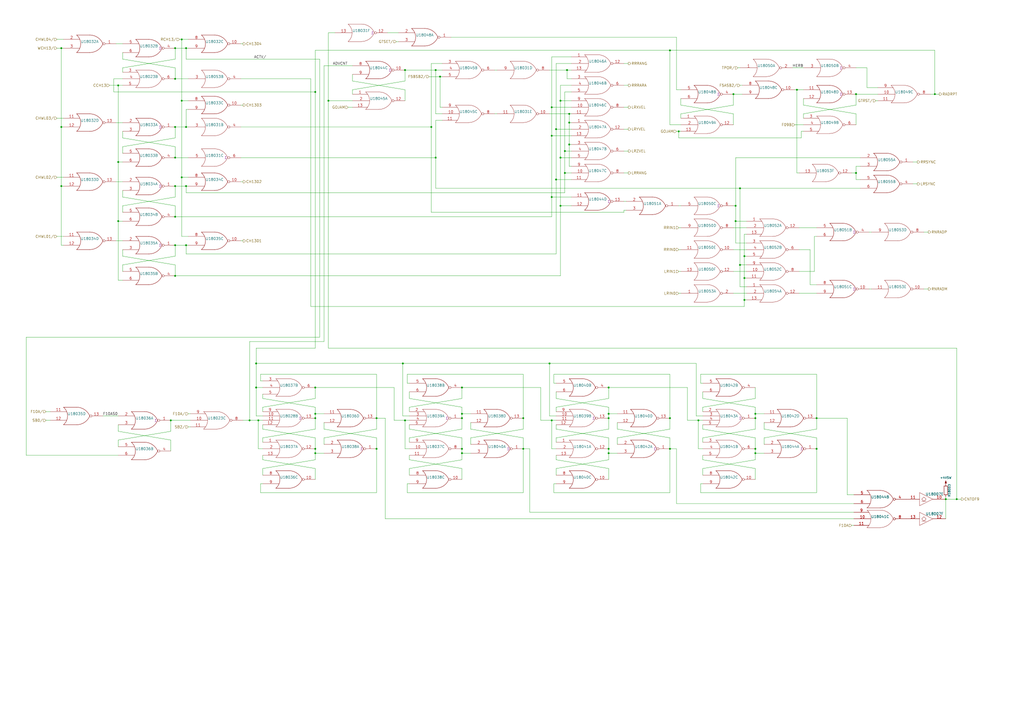
<source format=kicad_sch>
(kicad_sch (version 20211123) (generator eeschema)
  (paper "A2")
  (junction (at 554.99 289.56))
  (junction (at 496.57 100.33))
  (junction (at 322.58 104.14))
  (junction (at 252.73 40.64))
  (junction (at 182.88 240.03))
  (junction (at 101.6 107.95))
  (junction (at 218.44 242.57))
  (junction (at 327.66 100.33))
  (junction (at 327.66 87.63))
  (junction (at 68.58 128.27))
  (junction (at 320.04 62.23))
  (junction (at 267.97 224.79))
  (junction (at 330.2 71.12))
  (junction (at 431.8 173.99))
  (junction (at 393.7 76.2))
  (junction (at 330.2 66.04))
  (junction (at 431.8 148.59))
  (junction (at 234.95 243.84))
  (junction (at 473.71 260.35))
  (junction (at 330.2 83.82))
  (junction (at 267.97 242.57))
  (junction (at 148.59 210.82))
  (junction (at 105.41 102.87))
  (junction (at 35.56 73.66))
  (junction (at 388.62 260.35))
  (junction (at 322.58 74.93))
  (junction (at 101.6 142.24))
  (junction (at 107.95 142.24))
  (junction (at 318.77 210.82))
  (junction (at 267.97 260.35))
  (junction (at 107.95 107.95))
  (junction (at 548.64 289.56))
  (junction (at 267.97 240.03))
  (junction (at 101.6 160.02))
  (junction (at 101.6 45.72))
  (junction (at 353.06 240.03))
  (junction (at 429.26 153.67))
  (junction (at 388.62 29.21))
  (junction (at 325.12 119.38))
  (junction (at 182.88 262.89))
  (junction (at 149.86 243.84))
  (junction (at 320.04 114.3))
  (junction (at 353.06 262.89))
  (junction (at 99.06 243.84))
  (junction (at 328.93 40.64))
  (junction (at 68.58 93.98))
  (junction (at 105.41 58.42))
  (junction (at 353.06 260.35))
  (junction (at 233.68 210.82))
  (junction (at 182.88 260.35))
  (junction (at 542.29 54.61))
  (junction (at 462.28 52.07))
  (junction (at 426.72 119.38))
  (junction (at 388.62 242.57))
  (junction (at 353.06 242.57))
  (junction (at 234.95 40.64))
  (junction (at 218.44 260.35))
  (junction (at 405.13 243.84))
  (junction (at 431.8 161.29))
  (junction (at 101.6 91.44))
  (junction (at 182.88 224.79))
  (junction (at 190.5 58.42))
  (junction (at 438.15 242.57))
  (junction (at 68.58 49.53))
  (junction (at 107.95 27.94))
  (junction (at 303.53 260.35))
  (junction (at 267.97 262.89))
  (junction (at 182.88 242.57))
  (junction (at 101.6 73.66))
  (junction (at 438.15 260.35))
  (junction (at 426.72 128.27))
  (junction (at 303.53 242.57))
  (junction (at 144.78 243.84))
  (junction (at 148.59 224.79))
  (junction (at 353.06 224.79))
  (junction (at 182.88 53.34))
  (junction (at 101.6 27.94))
  (junction (at 105.41 22.86))
  (junction (at 107.95 73.66))
  (junction (at 425.45 54.61))
  (junction (at 320.04 243.84))
  (junction (at 429.26 109.22))
  (junction (at 438.15 240.03))
  (junction (at 35.56 27.94))
  (junction (at 438.15 262.89))
  (junction (at 473.71 242.57))
  (junction (at 35.56 107.95))
  (junction (at 325.12 58.42))
  (junction (at 496.57 54.61))
  (junction (at 255.27 44.45))
  (junction (at 250.19 73.66))
  (junction (at 320.04 78.74))
  (junction (at 325.12 91.44))
  (junction (at 252.73 91.44))
  (junction (at 101.6 125.73))
  (wire (pts (xy 505.46 167.64) (xy 504.19 167.64)))
  (wire (pts (xy 496.57 96.52) (xy 499.11 96.52)))
  (wire (pts (xy 33.02 137.16) (xy 36.83 137.16)))
  (wire (pts (xy 438.15 242.57) (xy 438.15 248.92)))
  (wire (pts (xy 152.4 254) (xy 152.4 256.54)))
  (wire (pts (xy 287.02 40.64) (xy 288.29 40.64)))
  (wire (pts (xy 204.47 46.99) (xy 204.47 43.18)))
  (wire (pts (xy 71.12 30.48) (xy 71.12 34.29)))
  (wire (pts (xy 187.96 248.92) (xy 187.96 245.11)))
  (wire (pts (xy 105.41 58.42) (xy 105.41 102.87)))
  (wire (pts (xy 267.97 242.57) (xy 267.97 248.92)))
  (wire (pts (xy 388.62 242.57) (xy 388.62 248.92)))
  (wire (pts (xy 267.97 231.14) (xy 237.49 236.22)))
  (wire (pts (xy 473.71 254) (xy 443.23 248.92)))
  (wire (pts (xy 321.31 280.67) (xy 322.58 280.67)))
  (wire (pts (xy 496.57 39.37) (xy 502.92 39.37)))
  (wire (pts (xy 190.5 201.93) (xy 554.99 201.93)))
  (wire (pts (xy 393.7 76.2) (xy 394.97 76.2)))
  (wire (pts (xy 144.78 243.84) (xy 144.78 198.12)))
  (wire (pts (xy 353.06 236.22) (xy 353.06 240.03)))
  (wire (pts (xy 267.97 260.35) (xy 267.97 262.89)))
  (wire (pts (xy 35.56 73.66) (xy 35.56 107.95)))
  (wire (pts (xy 223.52 242.57) (xy 223.52 300.99)))
  (wire (pts (xy 228.6 243.84) (xy 234.95 243.84)))
  (wire (pts (xy 353.06 236.22) (xy 322.58 231.14)))
  (wire (pts (xy 99.06 255.27) (xy 68.58 250.19)))
  (wire (pts (xy 105.41 102.87) (xy 105.41 137.16)))
  (wire (pts (xy 331.47 58.42) (xy 325.12 58.42)))
  (wire (pts (xy 148.59 210.82) (xy 148.59 224.79)))
  (wire (pts (xy 330.2 66.04) (xy 330.2 71.12)))
  (wire (pts (xy 68.58 128.27) (xy 68.58 162.56)))
  (wire (pts (xy 529.59 106.68) (xy 532.13 106.68)))
  (wire (pts (xy 548.64 289.56) (xy 554.99 289.56)))
  (wire (pts (xy 406.4 222.25) (xy 407.67 222.25)))
  (wire (pts (xy 234.95 46.99) (xy 204.47 52.07)))
  (wire (pts (xy 71.12 153.67) (xy 71.12 157.48)))
  (wire (pts (xy 101.6 27.94) (xy 101.6 34.29)))
  (wire (pts (xy 327.66 53.34) (xy 331.47 53.34)))
  (wire (pts (xy 101.6 148.59) (xy 71.12 153.67)))
  (wire (pts (xy 496.57 60.96) (xy 496.57 54.61)))
  (wire (pts (xy 182.88 262.89) (xy 182.88 266.7)))
  (wire (pts (xy 267.97 236.22) (xy 237.49 231.14)))
  (wire (pts (xy 109.22 247.65) (xy 110.49 247.65)))
  (wire (pts (xy 273.05 248.92) (xy 273.05 245.11)))
  (wire (pts (xy 107.95 73.66) (xy 107.95 63.5)))
  (wire (pts (xy 394.97 68.58) (xy 394.97 66.04)))
  (wire (pts (xy 463.55 144.78) (xy 469.9 144.78)))
  (wire (pts (xy 353.06 254) (xy 322.58 248.92)))
  (wire (pts (xy 101.6 153.67) (xy 71.12 148.59)))
  (wire (pts (xy 233.68 241.3) (xy 233.68 210.82)))
  (wire (pts (xy 508 58.42) (xy 509.27 58.42)))
  (wire (pts (xy 35.56 142.24) (xy 36.83 142.24)))
  (wire (pts (xy 431.8 173.99) (xy 431.8 177.8)))
  (wire (pts (xy 151.13 217.17) (xy 151.13 220.98)))
  (wire (pts (xy 322.58 266.7) (xy 322.58 264.16)))
  (wire (pts (xy 252.73 91.44) (xy 252.73 109.22)))
  (wire (pts (xy 473.71 242.57) (xy 491.49 242.57)))
  (wire (pts (xy 267.97 224.79) (xy 267.97 231.14)))
  (wire (pts (xy 322.58 36.83) (xy 322.58 74.93)))
  (wire (pts (xy 107.95 73.66) (xy 109.22 73.66)))
  (wire (pts (xy 318.77 66.04) (xy 330.2 66.04)))
  (wire (pts (xy 234.95 52.07) (xy 204.47 46.99)))
  (wire (pts (xy 35.56 27.94) (xy 36.83 27.94)))
  (wire (pts (xy 438.15 266.7) (xy 407.67 271.78)))
  (wire (pts (xy 405.13 243.84) (xy 407.67 243.84)))
  (wire (pts (xy 426.72 91.44) (xy 426.72 119.38)))
  (wire (pts (xy 104.14 22.86) (xy 105.41 22.86)))
  (wire (pts (xy 303.53 260.35) (xy 307.34 260.35)))
  (wire (pts (xy 429.26 153.67) (xy 433.07 153.67)))
  (wire (pts (xy 237.49 231.14) (xy 237.49 227.33)))
  (wire (pts (xy 218.44 285.75) (xy 151.13 285.75)))
  (wire (pts (xy 353.06 248.92) (xy 322.58 254)))
  (wire (pts (xy 218.44 260.35) (xy 218.44 285.75)))
  (wire (pts (xy 438.15 254) (xy 407.67 248.92)))
  (wire (pts (xy 234.95 40.64) (xy 234.95 46.99)))
  (wire (pts (xy 392.43 292.1) (xy 495.3 292.1)))
  (wire (pts (xy 182.88 240.03) (xy 182.88 242.57)))
  (wire (pts (xy 364.49 87.63) (xy 361.95 87.63)))
  (wire (pts (xy 464.82 80.01) (xy 464.82 76.2)))
  (wire (pts (xy 431.8 161.29) (xy 431.8 173.99)))
  (wire (pts (xy 318.77 40.64) (xy 328.93 40.64)))
  (wire (pts (xy 321.31 222.25) (xy 322.58 222.25)))
  (wire (pts (xy 364.49 36.83) (xy 361.95 36.83)))
  (wire (pts (xy 318.77 210.82) (xy 403.86 210.82)))
  (wire (pts (xy 267.97 262.89) (xy 267.97 266.7)))
  (wire (pts (xy 187.96 240.03) (xy 182.88 240.03)))
  (wire (pts (xy 330.2 83.82) (xy 330.2 96.52)))
  (wire (pts (xy 307.34 260.35) (xy 307.34 297.18)))
  (wire (pts (xy 101.6 91.44) (xy 109.22 91.44)))
  (wire (pts (xy 353.06 231.14) (xy 322.58 236.22)))
  (wire (pts (xy 426.72 91.44) (xy 499.11 91.44)))
  (wire (pts (xy 148.59 224.79) (xy 148.59 241.3)))
  (wire (pts (xy 182.88 254) (xy 182.88 260.35)))
  (wire (pts (xy 473.71 217.17) (xy 406.4 217.17)))
  (wire (pts (xy 33.02 68.58) (xy 36.83 68.58)))
  (wire (pts (xy 438.15 260.35) (xy 438.15 262.89)))
  (wire (pts (xy 237.49 248.92) (xy 237.49 246.38)))
  (wire (pts (xy 228.6 224.79) (xy 228.6 243.84)))
  (wire (pts (xy 320.04 114.3) (xy 320.04 125.73)))
  (wire (pts (xy 473.71 217.17) (xy 473.71 242.57)))
  (wire (pts (xy 392.43 52.07) (xy 394.97 52.07)))
  (wire (pts (xy 330.2 66.04) (xy 331.47 66.04)))
  (wire (pts (xy 548.64 288.29) (xy 548.64 289.56)))
  (wire (pts (xy 237.49 266.7) (xy 237.49 264.16)))
  (wire (pts (xy 353.06 224.79) (xy 398.78 224.79)))
  (wire (pts (xy 107.95 142.24) (xy 109.22 142.24)))
  (wire (pts (xy 236.22 222.25) (xy 237.49 222.25)))
  (wire (pts (xy 182.88 271.78) (xy 152.4 266.7)))
  (wire (pts (xy 320.04 243.84) (xy 320.04 260.35)))
  (wire (pts (xy 431.8 135.89) (xy 433.07 135.89)))
  (wire (pts (xy 267.97 248.92) (xy 237.49 254)))
  (wire (pts (xy 320.04 78.74) (xy 320.04 114.3)))
  (wire (pts (xy 438.15 262.89) (xy 438.15 266.7)))
  (wire (pts (xy 425.45 157.48) (xy 433.07 157.48)))
  (wire (pts (xy 496.57 100.33) (xy 496.57 104.14)))
  (wire (pts (xy 325.12 160.02) (xy 101.6 160.02)))
  (wire (pts (xy 71.12 119.38) (xy 71.12 123.19)))
  (wire (pts (xy 26.67 238.76) (xy 29.21 238.76)))
  (wire (pts (xy 218.44 254) (xy 187.96 248.92)))
  (wire (pts (xy 320.04 125.73) (xy 101.6 125.73)))
  (wire (pts (xy 149.86 260.35) (xy 152.4 260.35)))
  (wire (pts (xy 101.6 85.09) (xy 101.6 91.44)))
  (wire (pts (xy 234.95 58.42) (xy 234.95 52.07)))
  (wire (pts (xy 252.73 66.04) (xy 256.54 66.04)))
  (wire (pts (xy 328.93 45.72) (xy 331.47 45.72)))
  (wire (pts (xy 405.13 260.35) (xy 407.67 260.35)))
  (wire (pts (xy 353.06 240.03) (xy 353.06 242.57)))
  (wire (pts (xy 539.75 54.61) (xy 542.29 54.61)))
  (wire (pts (xy 472.44 157.48) (xy 472.44 137.16)))
  (wire (pts (xy 107.95 34.29) (xy 185.42 34.29)))
  (wire (pts (xy 394.97 132.08) (xy 393.7 132.08)))
  (wire (pts (xy 394.97 144.78) (xy 393.7 144.78)))
  (wire (pts (xy 331.47 119.38) (xy 325.12 119.38)))
  (wire (pts (xy 101.6 107.95) (xy 107.95 107.95)))
  (wire (pts (xy 320.04 260.35) (xy 322.58 260.35)))
  (wire (pts (xy 554.99 289.56) (xy 557.53 289.56)))
  (wire (pts (xy 148.59 241.3) (xy 152.4 241.3)))
  (wire (pts (xy 71.12 80.01) (xy 101.6 85.09)))
  (wire (pts (xy 407.67 271.78) (xy 407.67 275.59)))
  (wire (pts (xy 182.88 29.21) (xy 388.62 29.21)))
  (wire (pts (xy 361.95 121.92) (xy 363.22 121.92)))
  (wire (pts (xy 313.69 224.79) (xy 313.69 243.84)))
  (wire (pts (xy 190.5 19.05) (xy 194.31 19.05)))
  (wire (pts (xy 388.62 254) (xy 358.14 248.92)))
  (wire (pts (xy 101.6 80.01) (xy 71.12 85.09)))
  (wire (pts (xy 229.87 24.13) (xy 231.14 24.13)))
  (wire (pts (xy 218.44 248.92) (xy 187.96 254)))
  (wire (pts (xy 190.5 58.42) (xy 190.5 201.93)))
  (wire (pts (xy 438.15 278.13) (xy 438.15 271.78)))
  (wire (pts (xy 182.88 278.13) (xy 182.88 271.78)))
  (wire (pts (xy 35.56 73.66) (xy 36.83 73.66)))
  (wire (pts (xy 438.15 236.22) (xy 407.67 231.14)))
  (wire (pts (xy 425.45 54.61) (xy 430.53 54.61)))
  (wire (pts (xy 101.6 34.29) (xy 71.12 39.37)))
  (wire (pts (xy 204.47 52.07) (xy 204.47 54.61)))
  (wire (pts (xy 201.93 62.23) (xy 204.47 62.23)))
  (wire (pts (xy 140.97 25.4) (xy 139.7 25.4)))
  (wire (pts (xy 67.31 71.12) (xy 71.12 71.12)))
  (wire (pts (xy 320.04 243.84) (xy 322.58 243.84)))
  (wire (pts (xy 255.27 44.45) (xy 256.54 44.45)))
  (wire (pts (xy 307.34 297.18) (xy 495.3 297.18)))
  (wire (pts (xy 107.95 107.95) (xy 109.22 107.95)))
  (wire (pts (xy 303.53 285.75) (xy 236.22 285.75)))
  (wire (pts (xy 327.66 100.33) (xy 331.47 100.33)))
  (wire (pts (xy 303.53 217.17) (xy 236.22 217.17)))
  (wire (pts (xy 105.41 137.16) (xy 109.22 137.16)))
  (wire (pts (xy 105.41 22.86) (xy 105.41 58.42)))
  (wire (pts (xy 494.03 304.8) (xy 495.3 304.8)))
  (wire (pts (xy 71.12 45.72) (xy 66.04 45.72)))
  (wire (pts (xy 325.12 119.38) (xy 325.12 160.02)))
  (wire (pts (xy 430.53 49.53) (xy 429.26 49.53)))
  (wire (pts (xy 529.59 93.98) (xy 532.13 93.98)))
  (wire (pts (xy 267.97 262.89) (xy 273.05 262.89)))
  (wire (pts (xy 71.12 34.29) (xy 101.6 39.37)))
  (wire (pts (xy 331.47 62.23) (xy 320.04 62.23)))
  (wire (pts (xy 491.49 242.57) (xy 491.49 287.02)))
  (wire (pts (xy 331.47 91.44) (xy 325.12 91.44)))
  (wire (pts (xy 322.58 104.14) (xy 331.47 104.14)))
  (wire (pts (xy 425.45 170.18) (xy 433.07 170.18)))
  (wire (pts (xy 429.26 166.37) (xy 433.07 166.37)))
  (wire (pts (xy 250.19 123.19) (xy 361.95 123.19)))
  (wire (pts (xy 353.06 262.89) (xy 358.14 262.89)))
  (wire (pts (xy 407.67 236.22) (xy 407.67 238.76)))
  (wire (pts (xy 554.99 201.93) (xy 554.99 289.56)))
  (wire (pts (xy 182.88 248.92) (xy 152.4 254)))
  (wire (pts (xy 99.06 243.84) (xy 110.49 243.84)))
  (wire (pts (xy 327.66 87.63) (xy 327.66 100.33)))
  (wire (pts (xy 267.97 224.79) (xy 313.69 224.79)))
  (wire (pts (xy 105.41 102.87) (xy 109.22 102.87)))
  (wire (pts (xy 101.6 119.38) (xy 71.12 114.3)))
  (wire (pts (xy 182.88 254) (xy 152.4 248.92)))
  (wire (pts (xy 224.79 19.05) (xy 231.14 19.05)))
  (wire (pts (xy 101.6 114.3) (xy 71.12 119.38)))
  (wire (pts (xy 303.53 248.92) (xy 273.05 254)))
  (wire (pts (xy 151.13 285.75) (xy 151.13 280.67)))
  (wire (pts (xy 426.72 128.27) (xy 426.72 140.97)))
  (wire (pts (xy 140.97 60.96) (xy 139.7 60.96)))
  (wire (pts (xy 152.4 271.78) (xy 152.4 275.59)))
  (wire (pts (xy 234.95 243.84) (xy 237.49 243.84)))
  (wire (pts (xy 101.6 142.24) (xy 101.6 148.59)))
  (wire (pts (xy 322.58 241.3) (xy 318.77 241.3)))
  (wire (pts (xy 101.6 160.02) (xy 101.6 153.67)))
  (wire (pts (xy 287.02 66.04) (xy 288.29 66.04)))
  (wire (pts (xy 407.67 231.14) (xy 407.67 227.33)))
  (wire (pts (xy 234.95 40.64) (xy 252.73 40.64)))
  (wire (pts (xy 425.45 144.78) (xy 433.07 144.78)))
  (wire (pts (xy 252.73 69.85) (xy 256.54 69.85)))
  (wire (pts (xy 438.15 254) (xy 438.15 260.35)))
  (wire (pts (xy 494.03 100.33) (xy 496.57 100.33)))
  (wire (pts (xy 35.56 27.94) (xy 35.56 73.66)))
  (wire (pts (xy 303.53 254) (xy 273.05 248.92)))
  (wire (pts (xy 152.4 236.22) (xy 152.4 238.76)))
  (wire (pts (xy 151.13 220.98) (xy 152.4 220.98)))
  (wire (pts (xy 35.56 107.95) (xy 35.56 142.24)))
  (wire (pts (xy 328.93 40.64) (xy 331.47 40.64)))
  (wire (pts (xy 322.58 36.83) (xy 331.47 36.83)))
  (wire (pts (xy 322.58 147.32) (xy 107.95 147.32)))
  (wire (pts (xy 35.56 107.95) (xy 36.83 107.95)))
  (wire (pts (xy 388.62 72.39) (xy 394.97 72.39)))
  (wire (pts (xy 431.8 161.29) (xy 433.07 161.29)))
  (wire (pts (xy 180.34 177.8) (xy 180.34 45.72)))
  (wire (pts (xy 148.59 201.93) (xy 148.59 210.82)))
  (wire (pts (xy 15.24 195.58) (xy 15.24 264.16)))
  (wire (pts (xy 148.59 210.82) (xy 233.68 210.82)))
  (wire (pts (xy 331.47 87.63) (xy 327.66 87.63)))
  (wire (pts (xy 237.49 236.22) (xy 237.49 238.76)))
  (wire (pts (xy 364.49 49.53) (xy 361.95 49.53)))
  (wire (pts (xy 425.45 119.38) (xy 426.72 119.38)))
  (wire (pts (xy 364.49 62.23) (xy 361.95 62.23)))
  (wire (pts (xy 255.27 44.45) (xy 255.27 62.23)))
  (wire (pts (xy 427.99 39.37) (xy 429.26 39.37)))
  (wire (pts (xy 236.22 280.67) (xy 237.49 280.67)))
  (wire (pts (xy 101.6 125.73) (xy 101.6 119.38)))
  (wire (pts (xy 429.26 153.67) (xy 429.26 166.37)))
  (wire (pts (xy 139.7 91.44) (xy 252.73 91.44)))
  (wire (pts (xy 393.7 76.2) (xy 393.7 80.01)))
  (wire (pts (xy 462.28 100.33) (xy 463.55 100.33)))
  (wire (pts (xy 180.34 45.72) (xy 139.7 45.72)))
  (wire (pts (xy 71.12 76.2) (xy 71.12 80.01)))
  (wire (pts (xy 392.43 76.2) (xy 393.7 76.2)))
  (wire (pts (xy 237.49 271.78) (xy 237.49 275.59)))
  (wire (pts (xy 542.29 54.61) (xy 544.83 54.61)))
  (wire (pts (xy 99.06 250.19) (xy 68.58 255.27)))
  (wire (pts (xy 496.57 72.39) (xy 496.57 66.04)))
  (wire (pts (xy 353.06 271.78) (xy 322.58 266.7)))
  (wire (pts (xy 429.26 109.22) (xy 499.11 109.22)))
  (wire (pts (xy 330.2 71.12) (xy 331.47 71.12)))
  (wire (pts (xy 325.12 58.42) (xy 325.12 91.44)))
  (wire (pts (xy 353.06 266.7) (xy 322.58 271.78)))
  (wire (pts (xy 182.88 224.79) (xy 228.6 224.79)))
  (wire (pts (xy 68.58 49.53) (xy 71.12 49.53)))
  (wire (pts (xy 107.95 63.5) (xy 109.22 63.5)))
  (wire (pts (xy 425.45 132.08) (xy 433.07 132.08)))
  (wire (pts (xy 353.06 278.13) (xy 353.06 271.78)))
  (wire (pts (xy 322.58 271.78) (xy 322.58 275.59)))
  (wire (pts (xy 462.28 52.07) (xy 462.28 100.33)))
  (wire (pts (xy 267.97 266.7) (xy 237.49 271.78)))
  (wire (pts (xy 327.66 111.76) (xy 107.95 111.76)))
  (wire (pts (xy 407.67 248.92) (xy 407.67 246.38)))
  (wire (pts (xy 68.58 93.98) (xy 68.58 128.27)))
  (wire (pts (xy 358.14 248.92) (xy 358.14 245.11)))
  (wire (pts (xy 273.05 254) (xy 273.05 257.81)))
  (wire (pts (xy 443.23 254) (xy 443.23 257.81)))
  (wire (pts (xy 66.04 53.34) (xy 182.88 53.34)))
  (wire (pts (xy 33.02 27.94) (xy 35.56 27.94)))
  (wire (pts (xy 321.31 285.75) (xy 321.31 280.67)))
  (wire (pts (xy 182.88 262.89) (xy 187.96 262.89)))
  (wire (pts (xy 327.66 100.33) (xy 327.66 111.76)))
  (wire (pts (xy 469.9 144.78) (xy 469.9 165.1)))
  (wire (pts (xy 466.09 66.04) (xy 496.57 60.96)))
  (wire (pts (xy 320.04 33.02) (xy 331.47 33.02)))
  (wire (pts (xy 438.15 248.92) (xy 407.67 254)))
  (wire (pts (xy 148.59 224.79) (xy 152.4 224.79)))
  (wire (pts (xy 99.06 261.62) (xy 99.06 255.27)))
  (wire (pts (xy 59.69 241.3) (xy 68.58 241.3)))
  (wire (pts (xy 67.31 105.41) (xy 71.12 105.41)))
  (wire (pts (xy 109.22 58.42) (xy 105.41 58.42)))
  (wire (pts (xy 388.62 260.35) (xy 392.43 260.35)))
  (wire (pts (xy 107.95 27.94) (xy 109.22 27.94)))
  (wire (pts (xy 109.22 240.03) (xy 110.49 240.03)))
  (wire (pts (xy 405.13 243.84) (xy 405.13 260.35)))
  (wire (pts (xy 190.5 19.05) (xy 190.5 58.42)))
  (wire (pts (xy 255.27 62.23) (xy 256.54 62.23)))
  (wire (pts (xy 182.88 236.22) (xy 182.88 240.03)))
  (wire (pts (xy 407.67 266.7) (xy 407.67 264.16)))
  (wire (pts (xy 321.31 217.17) (xy 321.31 222.25)))
  (wire (pts (xy 71.12 114.3) (xy 71.12 110.49)))
  (wire (pts (xy 388.62 29.21) (xy 388.62 72.39)))
  (wire (pts (xy 473.71 242.57) (xy 473.71 248.92)))
  (wire (pts (xy 398.78 224.79) (xy 398.78 243.84)))
  (wire (pts (xy 303.53 242.57) (xy 303.53 248.92)))
  (wire (pts (xy 318.77 241.3) (xy 318.77 210.82)))
  (wire (pts (xy 353.06 224.79) (xy 353.06 231.14)))
  (wire (pts (xy 68.58 49.53) (xy 68.58 93.98)))
  (wire (pts (xy 182.88 231.14) (xy 152.4 236.22)))
  (wire (pts (xy 67.31 139.7) (xy 71.12 139.7)))
  (wire (pts (xy 140.97 139.7) (xy 139.7 139.7)))
  (wire (pts (xy 152.4 266.7) (xy 152.4 264.16)))
  (wire (pts (xy 392.43 260.35) (xy 392.43 292.1)))
  (wire (pts (xy 438.15 236.22) (xy 438.15 240.03)))
  (wire (pts (xy 464.82 76.2) (xy 466.09 76.2)))
  (wire (pts (xy 250.19 36.83) (xy 250.19 73.66)))
  (wire (pts (xy 267.97 271.78) (xy 237.49 266.7)))
  (wire (pts (xy 185.42 34.29) (xy 185.42 195.58)))
  (wire (pts (xy 505.46 134.62) (xy 504.19 134.62)))
  (wire (pts (xy 431.8 148.59) (xy 431.8 161.29)))
  (wire (pts (xy 472.44 137.16) (xy 473.71 137.16)))
  (wire (pts (xy 353.06 254) (xy 353.06 260.35)))
  (wire (pts (xy 71.12 39.37) (xy 71.12 41.91)))
  (wire (pts (xy 218.44 217.17) (xy 218.44 242.57)))
  (wire (pts (xy 182.88 236.22) (xy 152.4 231.14)))
  (wire (pts (xy 496.57 104.14) (xy 499.11 104.14)))
  (wire (pts (xy 218.44 254) (xy 218.44 260.35)))
  (wire (pts (xy 473.71 248.92) (xy 443.23 254)))
  (wire (pts (xy 496.57 96.52) (xy 496.57 100.33)))
  (wire (pts (xy 426.72 128.27) (xy 433.07 128.27)))
  (wire (pts (xy 68.58 93.98) (xy 71.12 93.98)))
  (wire (pts (xy 443.23 240.03) (xy 438.15 240.03)))
  (wire (pts (xy 187.96 254) (xy 187.96 257.81)))
  (wire (pts (xy 182.88 242.57) (xy 182.88 248.92)))
  (wire (pts (xy 152.4 231.14) (xy 152.4 228.6)))
  (wire (pts (xy 325.12 49.53) (xy 331.47 49.53)))
  (wire (pts (xy 425.45 66.04) (xy 394.97 60.96)))
  (wire (pts (xy 187.96 198.12) (xy 187.96 38.1)))
  (wire (pts (xy 303.53 217.17) (xy 303.53 242.57)))
  (wire (pts (xy 463.55 157.48) (xy 472.44 157.48)))
  (wire (pts (xy 426.72 140.97) (xy 433.07 140.97)))
  (wire (pts (xy 320.04 78.74) (xy 331.47 78.74)))
  (wire (pts (xy 398.78 243.84) (xy 405.13 243.84)))
  (wire (pts (xy 438.15 231.14) (xy 407.67 236.22)))
  (wire (pts (xy 462.28 52.07) (xy 466.09 52.07)))
  (wire (pts (xy 394.97 60.96) (xy 394.97 57.15)))
  (wire (pts (xy 99.06 243.84) (xy 99.06 250.19)))
  (wire (pts (xy 535.94 134.62) (xy 538.48 134.62)))
  (wire (pts (xy 406.4 217.17) (xy 406.4 222.25)))
  (wire (pts (xy 250.19 36.83) (xy 256.54 36.83)))
  (wire (pts (xy 327.66 53.34) (xy 327.66 87.63)))
  (wire (pts (xy 459.74 39.37) (xy 466.09 39.37)))
  (wire (pts (xy 218.44 242.57) (xy 223.52 242.57)))
  (wire (pts (xy 394.97 66.04) (xy 425.45 60.96)))
  (wire (pts (xy 250.19 73.66) (xy 250.19 123.19)))
  (wire (pts (xy 71.12 148.59) (xy 71.12 144.78)))
  (wire (pts (xy 361.95 116.84) (xy 363.22 116.84)))
  (wire (pts (xy 392.43 21.59) (xy 392.43 52.07)))
  (wire (pts (xy 101.6 142.24) (xy 107.95 142.24)))
  (wire (pts (xy 535.94 167.64) (xy 538.48 167.64)))
  (wire (pts (xy 466.09 72.39) (xy 461.01 72.39)))
  (wire (pts (xy 491.49 287.02) (xy 495.3 287.02)))
  (wire (pts (xy 261.62 21.59) (xy 392.43 21.59)))
  (wire (pts (xy 425.45 72.39) (xy 425.45 66.04)))
  (wire (pts (xy 182.88 201.93) (xy 148.59 201.93)))
  (wire (pts (xy 267.97 236.22) (xy 267.97 240.03)))
  (wire (pts (xy 393.7 119.38) (xy 394.97 119.38)))
  (wire (pts (xy 388.62 285.75) (xy 321.31 285.75)))
  (wire (pts (xy 236.22 217.17) (xy 236.22 222.25)))
  (wire (pts (xy 473.71 260.35) (xy 473.71 285.75)))
  (wire (pts (xy 364.49 100.33) (xy 361.95 100.33)))
  (wire (pts (xy 322.58 104.14) (xy 322.58 147.32)))
  (wire (pts (xy 303.53 254) (xy 303.53 260.35)))
  (wire (pts (xy 182.88 53.34) (xy 182.88 201.93)))
  (wire (pts (xy 234.95 243.84) (xy 234.95 260.35)))
  (wire (pts (xy 403.86 241.3) (xy 407.67 241.3)))
  (wire (pts (xy 182.88 29.21) (xy 182.88 53.34)))
  (wire (pts (xy 463.55 132.08) (xy 473.71 132.08)))
  (wire (pts (xy 68.58 255.27) (xy 68.58 259.08)))
  (wire (pts (xy 107.95 147.32) (xy 107.95 142.24)))
  (wire (pts (xy 252.73 109.22) (xy 429.26 109.22)))
  (wire (pts (xy 358.14 240.03) (xy 353.06 240.03)))
  (wire (pts (xy 144.78 198.12) (xy 187.96 198.12)))
  (wire (pts (xy 101.6 107.95) (xy 101.6 114.3)))
  (wire (pts (xy 443.23 248.92) (xy 443.23 245.11)))
  (wire (pts (xy 388.62 217.17) (xy 388.62 242.57)))
  (wire (pts (xy 101.6 73.66) (xy 101.6 80.01)))
  (wire (pts (xy 542.29 29.21) (xy 542.29 54.61)))
  (wire (pts (xy 403.86 210.82) (xy 403.86 241.3)))
  (wire (pts (xy 353.06 262.89) (xy 353.06 266.7)))
  (wire (pts (xy 325.12 49.53) (xy 325.12 58.42)))
  (wire (pts (xy 320.04 114.3) (xy 331.47 114.3)))
  (wire (pts (xy 502.92 50.8) (xy 509.27 50.8)))
  (wire (pts (xy 101.6 45.72) (xy 109.22 45.72)))
  (wire (pts (xy 388.62 254) (xy 388.62 260.35)))
  (wire (pts (xy 438.15 262.89) (xy 443.23 262.89)))
  (wire (pts (xy 237.49 241.3) (xy 233.68 241.3)))
  (wire (pts (xy 466.09 68.58) (xy 466.09 66.04)))
  (wire (pts (xy 548.64 289.56) (xy 548.64 300.99)))
  (wire (pts (xy 438.15 224.79) (xy 438.15 231.14)))
  (wire (pts (xy 237.49 254) (xy 237.49 256.54)))
  (wire (pts (xy 407.67 254) (xy 407.67 256.54)))
  (wire (pts (xy 68.58 162.56) (xy 71.12 162.56)))
  (wire (pts (xy 267.97 254) (xy 267.97 260.35)))
  (wire (pts (xy 431.8 135.89) (xy 431.8 148.59)))
  (wire (pts (xy 473.71 254) (xy 473.71 260.35)))
  (wire (pts (xy 66.04 45.72) (xy 66.04 53.34)))
  (wire (pts (xy 107.95 27.94) (xy 107.95 34.29)))
  (wire (pts (xy 149.86 243.84) (xy 152.4 243.84)))
  (wire (pts (xy 236.22 285.75) (xy 236.22 280.67)))
  (wire (pts (xy 463.55 170.18) (xy 473.71 170.18)))
  (wire (pts (xy 431.8 148.59) (xy 433.07 148.59)))
  (wire (pts (xy 461.01 52.07) (xy 462.28 52.07)))
  (wire (pts (xy 190.5 58.42) (xy 204.47 58.42)))
  (wire (pts (xy 140.97 243.84) (xy 144.78 243.84)))
  (wire (pts (xy 394.97 170.18) (xy 393.7 170.18)))
  (wire (pts (xy 328.93 40.64) (xy 328.93 45.72)))
  (wire (pts (xy 353.06 260.35) (xy 353.06 262.89)))
  (wire (pts (xy 101.6 39.37) (xy 101.6 45.72)))
  (wire (pts (xy 68.58 250.19) (xy 68.58 246.38)))
  (wire (pts (xy 394.97 157.48) (xy 393.7 157.48)))
  (wire (pts (xy 425.45 60.96) (xy 425.45 54.61)))
  (wire (pts (xy 182.88 224.79) (xy 182.88 231.14)))
  (wire (pts (xy 234.95 260.35) (xy 237.49 260.35)))
  (wire (pts (xy 71.12 85.09) (xy 71.12 88.9)))
  (wire (pts (xy 267.97 240.03) (xy 267.97 242.57)))
  (wire (pts (xy 502.92 39.37) (xy 502.92 50.8)))
  (wire (pts (xy 151.13 280.67) (xy 152.4 280.67)))
  (wire (pts (xy 33.02 102.87) (xy 36.83 102.87)))
  (wire (pts (xy 322.58 236.22) (xy 322.58 238.76)))
  (wire (pts (xy 429.26 109.22) (xy 429.26 153.67)))
  (wire (pts (xy 364.49 74.93) (xy 361.95 74.93)))
  (wire (pts (xy 361.95 123.19) (xy 361.95 121.92)))
  (wire (pts (xy 469.9 165.1) (xy 473.71 165.1)))
  (wire (pts (xy 218.44 242.57) (xy 218.44 248.92)))
  (wire (pts (xy 218.44 217.17) (xy 151.13 217.17)))
  (wire (pts (xy 431.8 177.8) (xy 180.34 177.8)))
  (wire (pts (xy 152.4 248.92) (xy 152.4 246.38)))
  (wire (pts (xy 322.58 74.93) (xy 331.47 74.93)))
  (wire (pts (xy 67.31 25.4) (xy 71.12 25.4)))
  (wire (pts (xy 431.8 173.99) (xy 433.07 173.99)))
  (wire (pts (xy 320.04 33.02) (xy 320.04 62.23)))
  (wire (pts (xy 149.86 243.84) (xy 149.86 260.35)))
  (wire (pts (xy 353.06 242.57) (xy 353.06 248.92)))
  (wire (pts (xy 388.62 260.35) (xy 388.62 285.75)))
  (wire (pts (xy 496.57 54.61) (xy 509.27 54.61)))
  (wire (pts (xy 252.73 40.64) (xy 252.73 66.04)))
  (wire (pts (xy 63.5 49.53) (xy 68.58 49.53)))
  (wire (pts (xy 33.02 22.86) (xy 36.83 22.86)))
  (wire (pts (xy 101.6 73.66) (xy 107.95 73.66)))
  (wire (pts (xy 26.67 243.84) (xy 29.21 243.84)))
  (wire (pts (xy 322.58 74.93) (xy 322.58 104.14)))
  (wire (pts (xy 267.97 254) (xy 237.49 248.92)))
  (wire (pts (xy 388.62 29.21) (xy 542.29 29.21)))
  (wire (pts (xy 140.97 105.41) (xy 139.7 105.41)))
  (wire (pts (xy 68.58 128.27) (xy 71.12 128.27)))
  (wire (pts (xy 322.58 248.92) (xy 322.58 246.38)))
  (wire (pts (xy 426.72 119.38) (xy 426.72 128.27)))
  (wire (pts (xy 330.2 71.12) (xy 330.2 83.82)))
  (wire (pts (xy 273.05 240.03) (xy 267.97 240.03)))
  (wire (pts (xy 330.2 83.82) (xy 331.47 83.82)))
  (wire (pts (xy 182.88 266.7) (xy 152.4 271.78)))
  (wire (pts (xy 438.15 271.78) (xy 407.67 266.7)))
  (wire (pts (xy 248.92 44.45) (xy 255.27 44.45)))
  (wire (pts (xy 252.73 69.85) (xy 252.73 91.44)))
  (wire (pts (xy 105.41 22.86) (xy 109.22 22.86)))
  (wire (pts (xy 473.71 285.75) (xy 406.4 285.75)))
  (wire (pts (xy 252.73 40.64) (xy 256.54 40.64)))
  (wire (pts (xy 325.12 91.44) (xy 325.12 119.38)))
  (wire (pts (xy 15.24 264.16) (xy 68.58 264.16)))
  (wire (pts (xy 388.62 217.17) (xy 321.31 217.17)))
  (wire (pts (xy 182.88 260.35) (xy 182.88 262.89)))
  (wire (pts (xy 393.7 80.01) (xy 464.82 80.01)))
  (wire (pts (xy 223.52 300.99) (xy 495.3 300.99)))
  (wire (pts (xy 267.97 278.13) (xy 267.97 271.78)))
  (wire (pts (xy 388.62 248.92) (xy 358.14 254)))
  (wire (pts (xy 322.58 254) (xy 322.58 256.54)))
  (wire (pts (xy 187.96 38.1) (xy 204.47 38.1)))
  (wire (pts (xy 313.69 243.84) (xy 320.04 243.84)))
  (wire (pts (xy 330.2 96.52) (xy 331.47 96.52)))
  (wire (pts (xy 303.53 260.35) (xy 303.53 285.75)))
  (wire (pts (xy 466.09 60.96) (xy 466.09 57.15)))
  (wire (pts (xy 406.4 280.67) (xy 407.67 280.67)))
  (wire (pts (xy 107.95 111.76) (xy 107.95 107.95)))
  (wire (pts (xy 438.15 240.03) (xy 438.15 242.57)))
  (wire (pts (xy 320.04 62.23) (xy 320.04 78.74)))
  (wire (pts (xy 139.7 73.66) (xy 250.19 73.66)))
  (wire (pts (xy 144.78 243.84) (xy 149.86 243.84)))
  (wire (pts (xy 322.58 231.14) (xy 322.58 227.33)))
  (wire (pts (xy 358.14 254) (xy 358.14 257.81)))
  (wire (pts (xy 101.6 27.94) (xy 107.95 27.94)))
  (wire (pts (xy 185.42 195.58) (xy 15.24 195.58)))
  (wire (pts (xy 233.68 210.82) (xy 318.77 210.82)))
  (wire (pts (xy 406.4 285.75) (xy 406.4 280.67)))
  (wire (pts (xy 496.57 66.04) (xy 466.09 60.96)))
  (label "ADVCNT" (at 193.04 38.1 0) (effects (font (size 1.524 1.524))))
  (label "F10AS0" (at 59.69 241.3 0) (effects (font (size 1.524 1.524))))
  (label "HERB" (at 459.74 39.37 0) (effects (font (size 1.524 1.524))))
  (label "ACTV/" (at 147.32 34.29 0) (effects (font (size 1.524 1.524))))
  (hierarchical_label "F10A/" (shape input) (at 26.67 238.76 180) (effects (font (size 1.524 1.524))))
  (hierarchical_label "CH1304" (shape output) (at 140.97 25.4 0) (effects (font (size 1.524 1.524))))
  (hierarchical_label "SB2/" (shape input) (at 109.22 247.65 180) (effects (font (size 1.524 1.524))))
  (hierarchical_label "CHWL04/" (shape input) (at 33.02 22.86 180) (effects (font (size 1.524 1.524))))
  (hierarchical_label "F09B" (shape input) (at 461.01 72.39 180) (effects (font (size 1.524 1.524))))
  (hierarchical_label "RRIN0" (shape input) (at 393.7 144.78 180) (effects (font (size 1.524 1.524))))
  (hierarchical_label "F10A" (shape input) (at 494.03 304.8 180) (effects (font (size 1.524 1.524))))
  (hierarchical_label "LRIN1" (shape input) (at 393.7 157.48 180) (effects (font (size 1.524 1.524))))
  (hierarchical_label "RNRADP" (shape output) (at 538.48 134.62 0) (effects (font (size 1.524 1.524))))
  (hierarchical_label "F5ASB2/" (shape input) (at 429.26 49.53 180) (effects (font (size 1.524 1.524))))
  (hierarchical_label "LRYVEL" (shape output) (at 364.49 74.93 0) (effects (font (size 1.524 1.524))))
  (hierarchical_label "RCH13/" (shape input) (at 104.14 22.86 180) (effects (font (size 1.524 1.524))))
  (hierarchical_label "LRIN0" (shape input) (at 393.7 170.18 180) (effects (font (size 1.524 1.524))))
  (hierarchical_label "RNRADM" (shape output) (at 538.48 167.64 0) (effects (font (size 1.524 1.524))))
  (hierarchical_label "RRRARA" (shape output) (at 364.49 49.53 0) (effects (font (size 1.524 1.524))))
  (hierarchical_label "GOJAM" (shape input) (at 392.43 76.2 180) (effects (font (size 1.524 1.524))))
  (hierarchical_label "CHWL03/" (shape input) (at 33.02 68.58 180) (effects (font (size 1.524 1.524))))
  (hierarchical_label "RRIN1" (shape input) (at 393.7 132.08 180) (effects (font (size 1.524 1.524))))
  (hierarchical_label "RADRPT" (shape output) (at 544.83 54.61 0) (effects (font (size 1.524 1.524))))
  (hierarchical_label "CNTOF9" (shape output) (at 557.53 289.56 0) (effects (font (size 1.524 1.524))))
  (hierarchical_label "CH1301" (shape output) (at 140.97 139.7 0) (effects (font (size 1.524 1.524))))
  (hierarchical_label "GTSET/" (shape input) (at 229.87 24.13 180) (effects (font (size 1.524 1.524))))
  (hierarchical_label "CH1302" (shape output) (at 140.97 105.41 0) (effects (font (size 1.524 1.524))))
  (hierarchical_label "CHWL02/" (shape input) (at 33.02 102.87 180) (effects (font (size 1.524 1.524))))
  (hierarchical_label "RRSYNC" (shape output) (at 532.13 93.98 0) (effects (font (size 1.524 1.524))))
  (hierarchical_label "WCH13/" (shape input) (at 33.02 27.94 180) (effects (font (size 1.524 1.524))))
  (hierarchical_label "SB0/" (shape input) (at 26.67 243.84 180) (effects (font (size 1.524 1.524))))
  (hierarchical_label "F5BSB2/" (shape input) (at 248.92 44.45 180) (effects (font (size 1.524 1.524))))
  (hierarchical_label "CHWL01/" (shape input) (at 33.02 137.16 180) (effects (font (size 1.524 1.524))))
  (hierarchical_label "TPOR/" (shape input) (at 427.99 39.37 180) (effects (font (size 1.524 1.524))))
  (hierarchical_label "RRRANG" (shape output) (at 364.49 36.83 0) (effects (font (size 1.524 1.524))))
  (hierarchical_label "CCH13" (shape input) (at 63.5 49.53 180) (effects (font (size 1.524 1.524))))
  (hierarchical_label "CH1303" (shape output) (at 140.97 60.96 0) (effects (font (size 1.524 1.524))))
  (hierarchical_label "F10A/" (shape input) (at 109.22 240.03 180) (effects (font (size 1.524 1.524))))
  (hierarchical_label "LRRANG" (shape output) (at 364.49 100.33 0) (effects (font (size 1.524 1.524))))
  (hierarchical_label "GOJAM" (shape input) (at 201.93 62.23 180) (effects (font (size 1.524 1.524))))
  (hierarchical_label "LRSYNC" (shape output) (at 532.13 106.68 0) (effects (font (size 1.524 1.524))))
  (hierarchical_label "LRXVEL" (shape output) (at 364.49 62.23 0) (effects (font (size 1.524 1.524))))
  (hierarchical_label "GTRST/" (shape input) (at 508 58.42 180) (effects (font (size 1.524 1.524))))
  (hierarchical_label "LRZVEL" (shape output) (at 364.49 87.63 0) (effects (font (size 1.524 1.524))))
  (symbol (lib_id "agc_kicad_components:74HC02") (at 52.07 105.41 0) (unit 4)
    (property "Reference" "U18033" (at 52.07 104.14 0) (effects (font (size 1.524 1.524))))
  )
  (symbol (lib_id "agc_kicad_components:74HC02") (at 86.36 107.95 0) (unit 1)
    (property "Reference" "U18034" (at 86.36 106.68 0) (effects (font (size 1.524 1.524))))
    (property "Initial" "1" (at 92.71 107.95 0) (effects (font (size 1.524 1.524) italic)))
  )
  (symbol (lib_id "agc_kicad_components:74HC02") (at 124.46 105.41 0) (unit 3)
    (property "Reference" "U18034" (at 124.46 104.14 0) (effects (font (size 1.524 1.524))))
  )
  (symbol (lib_id "agc_kicad_components:74HC02") (at 86.36 125.73 0) (unit 2)
    (property "Reference" "U18034" (at 86.36 124.46 0) (effects (font (size 1.524 1.524))))
  )
  (symbol (lib_id "agc_kicad_components:74HC02") (at 52.07 139.7 0) (unit 4)
    (property "Reference" "U18034" (at 52.07 138.43 0) (effects (font (size 1.524 1.524))))
  )
  (symbol (lib_id "agc_kicad_components:74HC02") (at 86.36 142.24 0) (unit 1)
    (property "Reference" "U18035" (at 86.36 140.97 0) (effects (font (size 1.524 1.524))))
    (property "Initial" "1" (at 92.71 142.24 0) (effects (font (size 1.524 1.524) italic)))
  )
  (symbol (lib_id "agc_kicad_components:74HC02") (at 124.46 139.7 0) (unit 3)
    (property "Reference" "U18035" (at 124.46 138.43 0) (effects (font (size 1.524 1.524))))
  )
  (symbol (lib_id "agc_kicad_components:74HC02") (at 86.36 160.02 0) (unit 2)
    (property "Reference" "U18035" (at 86.36 158.75 0) (effects (font (size 1.524 1.524))))
  )
  (symbol (lib_id "agc_kicad_components:74HC02") (at 44.45 241.3 0) (unit 4)
    (property "Reference" "U18035" (at 44.45 240.03 0) (effects (font (size 1.524 1.524))))
  )
  (symbol (lib_id "agc_kicad_components:74HC02") (at 83.82 243.84 0) (unit 1)
    (property "Reference" "U18036" (at 83.82 242.57 0) (effects (font (size 1.524 1.524))))
    (property "Initial" "1" (at 90.17 243.84 0) (effects (font (size 1.524 1.524) italic)))
  )
  (symbol (lib_id "agc_kicad_components:74HC02") (at 83.82 261.62 0) (unit 2)
    (property "Reference" "U18036" (at 83.82 260.35 0) (effects (font (size 1.524 1.524))))
  )
  (symbol (lib_id "agc_kicad_components:74HC27") (at 125.73 243.84 0) (unit 3)
    (property "Reference" "U18023" (at 125.73 242.57 0) (effects (font (size 1.524 1.524))))
  )
  (symbol (lib_id "agc_kicad_components:74HC4002") (at 167.64 242.57 0) (unit 2)
    (property "Reference" "U18028" (at 167.64 241.3 0) (effects (font (size 1.524 1.524))))
    (property "Initial" "1" (at 173.99 242.57 0) (effects (font (size 1.524 1.524) italic)))
  )
  (symbol (lib_id "agc_kicad_components:74HC27") (at 167.64 260.35 0) (unit 1)
    (property "Reference" "U18037" (at 167.64 259.08 0) (effects (font (size 1.524 1.524))))
  )
  (symbol (lib_id "agc_kicad_components:74HC27") (at 167.64 224.79 0) (unit 2)
    (property "Reference" "U18037" (at 167.64 223.52 0) (effects (font (size 1.524 1.524))))
  )
  (symbol (lib_id "agc_kicad_components:74HC02") (at 167.64 278.13 0) (unit 3)
    (property "Reference" "U18036" (at 167.64 276.86 0) (effects (font (size 1.524 1.524))))
  )
  (symbol (lib_id "agc_kicad_components:74HC02") (at 203.2 242.57 0) (unit 4)
    (property "Reference" "U18036" (at 203.2 241.3 0) (effects (font (size 1.524 1.524))))
  )
  (symbol (lib_id "agc_kicad_components:74HC02") (at 203.2 260.35 0) (unit 1)
    (property "Reference" "U18038" (at 203.2 259.08 0) (effects (font (size 1.524 1.524))))
    (property "Initial" "1" (at 209.55 260.35 0) (effects (font (size 1.524 1.524) italic)))
  )
  (symbol (lib_id "agc_kicad_components:74HC4002") (at 252.73 242.57 0) (unit 1)
    (property "Reference" "U18039" (at 252.73 241.3 0) (effects (font (size 1.524 1.524))))
    (property "Initial" "1" (at 259.08 242.57 0) (effects (font (size 1.524 1.524) italic)))
  )
  (symbol (lib_id "agc_kicad_components:74HC27") (at 252.73 260.35 0) (unit 3)
    (property "Reference" "U18037" (at 252.73 259.08 0) (effects (font (size 1.524 1.524))))
  )
  (symbol (lib_id "agc_kicad_components:74HC02") (at 252.73 278.13 0) (unit 3)
    (property "Reference" "U18038" (at 252.73 276.86 0) (effects (font (size 1.524 1.524))))
  )
  (symbol (lib_id "agc_kicad_components:74HC02") (at 288.29 242.57 0) (unit 4)
    (property "Reference" "U18038" (at 288.29 241.3 0) (effects (font (size 1.524 1.524))))
  )
  (symbol (lib_id "agc_kicad_components:74HC02") (at 288.29 260.35 0) (unit 1)
    (property "Reference" "U18040" (at 288.29 259.08 0) (effects (font (size 1.524 1.524))))
    (property "Initial" "1" (at 294.64 260.35 0) (effects (font (size 1.524 1.524) italic)))
  )
  (symbol (lib_id "agc_kicad_components:74HC02") (at 252.73 224.79 0) (unit 2)
    (property "Reference" "U18038" (at 252.73 223.52 0) (effects (font (size 1.524 1.524))))
  )
  (symbol (lib_id "agc_kicad_components:74HC4002") (at 337.82 242.57 0) (unit 2)
    (property "Reference" "U18039" (at 337.82 241.3 0) (effects (font (size 1.524 1.524))))
    (property "Initial" "1" (at 344.17 242.57 0) (effects (font (size 1.524 1.524) italic)))
  )
  (symbol (lib_id "agc_kicad_components:74HC27") (at 337.82 260.35 0) (unit 1)
    (property "Reference" "U18041" (at 337.82 259.08 0) (effects (font (size 1.524 1.524))))
  )
  (symbol (lib_id "agc_kicad_components:74HC02") (at 337.82 278.13 0) (unit 3)
    (property "Reference" "U18040" (at 337.82 276.86 0) (effects (font (size 1.524 1.524))))
  )
  (symbol (lib_id "agc_kicad_components:74HC02") (at 373.38 242.57 0) (unit 4)
    (property "Reference" "U18040" (at 373.38 241.3 0) (effects (font (size 1.524 1.524))))
  )
  (symbol (lib_id "agc_kicad_components:74HC02") (at 373.38 260.35 0) (unit 1)
    (property "Reference" "U18042" (at 373.38 259.08 0) (effects (font (size 1.524 1.524))))
    (property "Initial" "1" (at 379.73 260.35 0) (effects (font (size 1.524 1.524) italic)))
  )
  (symbol (lib_id "agc_kicad_components:74HC02") (at 337.82 224.79 0) (unit 2)
    (property "Reference" "U18040" (at 337.82 223.52 0) (effects (font (size 1.524 1.524))))
  )
  (symbol (lib_id "agc_kicad_components:74HC4002") (at 422.91 242.57 0) (unit 1)
    (property "Reference" "U18043" (at 422.91 241.3 0) (effects (font (size 1.524 1.524))))
    (property "Initial" "1" (at 429.26 242.57 0) (effects (font (size 1.524 1.524) italic)))
  )
  (symbol (lib_id "agc_kicad_components:74HC27") (at 422.91 260.35 0) (unit 2)
    (property "Reference" "U18041" (at 422.91 259.08 0) (effects (font (size 1.524 1.524))))
  )
  (symbol (lib_id "agc_kicad_components:74HC02") (at 422.91 278.13 0) (unit 3)
    (property "Reference" "U18042" (at 422.91 276.86 0) (effects (font (size 1.524 1.524))))
  )
  (symbol (lib_id "agc_kicad_components:74HC02") (at 458.47 242.57 0) (unit 4)
    (property "Reference" "U18042" (at 458.47 241.3 0) (effects (font (size 1.524 1.524))))
  )
  (symbol (lib_id "agc_kicad_components:74HC02") (at 458.47 260.35 0) (unit 1)
    (property "Reference" "U18044" (at 458.47 259.08 0) (effects (font (size 1.524 1.524))))
    (property "Initial" "1" (at 464.82 260.35 0) (effects (font (size 1.524 1.524) italic)))
  )
  (symbol (lib_id "agc_kicad_components:74HC02") (at 422.91 224.79 0) (unit 2)
    (property "Reference" "U18042" (at 422.91 223.52 0) (effects (font (size 1.524 1.524))))
  )
  (symbol (lib_id "agc_kicad_components:74HC27") (at 510.54 300.99 0) (unit 3)
    (property "Reference" "U18041" (at 510.54 299.72 0) (effects (font (size 1.524 1.524))))
  )
  (symbol (lib_id "agc_kicad_components:74HC02") (at 510.54 289.56 0) (unit 2)
    (property "Reference" "U18044" (at 510.54 288.29 0) (effects (font (size 1.524 1.524))))
  )
  (symbol (lib_id "agc_kicad_components:74LVC07") (at 537.21 289.56 0) (unit 5)
    (property "Reference" "U18007" (at 542.163 286.639 0) (effects (font (size 1.524 1.524))))
  )
  (symbol (lib_id "agc_kicad_components:74LVC07") (at 537.21 300.99 0) (unit 6)
    (property "Reference" "U18007" (at 542.163 298.069 0) (effects (font (size 1.524 1.524))))
  )
  (symbol (lib_id "Device:R") (at 548.64 284.48 0) (unit 1)
    (property "Reference" "R18003" (at 550.672 284.48 90))
  )
  (symbol (lib_id "agc_kicad_components:74HC02") (at 219.71 40.64 0) (unit 3)
    (property "Reference" "U18044" (at 219.71 39.37 0) (effects (font (size 1.524 1.524))))
    (property "Initial" "1" (at 226.06 40.64 0) (effects (font (size 1.524 1.524) italic)))
  )
  (symbol (lib_id "agc_kicad_components:74HC27") (at 219.71 58.42 0) (unit 1)
    (property "Reference" "U18045" (at 219.71 57.15 0) (effects (font (size 1.524 1.524))))
  )
  (symbol (lib_id "agc_kicad_components:74HC27") (at 271.78 40.64 0) (unit 2)
    (property "Reference" "U18045" (at 271.78 39.37 0) (effects (font (size 1.524 1.524))))
  )
  (symbol (lib_id "agc_kicad_components:74HC04") (at 124.46 73.66 0) (unit 2)
    (property "Reference" "U18031" (at 124.46 72.39 0) (effects (font (size 1.524 1.524))))
  )
  (symbol (lib_id "agc_kicad_components:74HC27") (at 271.78 66.04 0) (unit 3)
    (property "Reference" "U18045" (at 271.78 64.77 0) (effects (font (size 1.524 1.524))))
  )
  (symbol (lib_id "agc_kicad_components:74HC04") (at 124.46 91.44 0) (unit 3)
    (property "Reference" "U18031" (at 124.46 90.17 0) (effects (font (size 1.524 1.524))))
    (property "Initial" "1" (at 130.81 91.44 0) (effects (font (size 1.524 1.524) italic)))
  )
  (symbol (lib_id "agc_kicad_components:74HC04") (at 303.53 40.64 0) (unit 4)
    (property "Reference" "U18031" (at 303.53 39.37 0) (effects (font (size 1.524 1.524))))
  )
  (symbol (lib_id "agc_kicad_components:74HC04") (at 303.53 66.04 0) (unit 5)
    (property "Reference" "U18031" (at 303.53 64.77 0) (effects (font (size 1.524 1.524))))
  )
  (symbol (lib_id "agc_kicad_components:74HC27") (at 346.71 36.83 0) (unit 1)
    (property "Reference" "U18046" (at 346.71 35.56 0) (effects (font (size 1.524 1.524))))
  )
  (symbol (lib_id "agc_kicad_components:74HC27") (at 346.71 49.53 0) (unit 2)
    (property "Reference" "U18046" (at 346.71 48.26 0) (effects (font (size 1.524 1.524))))
  )
  (symbol (lib_id "agc_kicad_components:74HC27") (at 346.71 62.23 0) (unit 3)
    (property "Reference" "U18046" (at 346.71 60.96 0) (effects (font (size 1.524 1.524))))
  )
  (symbol (lib_id "agc_kicad_components:74HC27") (at 346.71 74.93 0) (unit 1)
    (property "Reference" "U18047" (at 346.71 73.66 0) (effects (font (size 1.524 1.524))))
  )
  (symbol (lib_id "agc_kicad_components:74HC27") (at 346.71 87.63 0) (unit 2)
    (property "Reference" "U18047" (at 346.71 86.36 0) (effects (font (size 1.524 1.524))))
  )
  (symbol (lib_id "agc_kicad_components:74HC27") (at 346.71 100.33 0) (unit 3)
    (property "Reference" "U18047" (at 346.71 99.06 0) (effects (font (size 1.524 1.524))))
  )
  (symbol (lib_id "agc_kicad_components:74HC04") (at 209.55 19.05 0) (unit 6)
    (property "Reference" "U18031" (at 209.55 17.78 0) (effects (font (size 1.524 1.524))))
    (property "Initial" "1" (at 215.9 19.05 0) (effects (font (size 1.524 1.524) italic)))
  )
  (symbol (lib_id "agc_kicad_components:74HC02") (at 246.38 21.59 0) (unit 1)
    (property "Reference" "U18048" (at 246.38 20.32 0) (effects (font (size 1.524 1.524))))
  )
  (symbol (lib_id "agc_kicad_components:74HC02") (at 346.71 116.84 0) (unit 4)
    (property "Reference" "U18044" (at 346.71 115.57 0) (effects (font (size 1.524 1.524))))
    (property "Initial" "1" (at 353.06 116.84 0) (effects (font (size 1.524 1.524) italic)))
  )
  (symbol (lib_id "agc_kicad_components:74HC02") (at 410.21 54.61 0) (unit 2)
    (property "Reference" "U18048" (at 410.21 53.34 0) (effects (font (size 1.524 1.524))))
    (property "Initial" "1" (at 416.56 54.61 0) (effects (font (size 1.524 1.524) italic)))
  )
  (symbol (lib_id "agc_kicad_components:74HC27") (at 410.21 72.39 0) (unit 1)
    (property "Reference" "U18049" (at 410.21 71.12 0) (effects (font (size 1.524 1.524))))
  )
  (symbol (lib_id "agc_kicad_components:74HC02") (at 445.77 52.07 0) (unit 3)
    (property "Reference" "U18048" (at 445.77 50.8 0) (effects (font (size 1.524 1.524))))
  )
  (symbol (lib_id "agc_kicad_components:74HC02") (at 481.33 54.61 0) (unit 4)
    (property "Reference" "U18048" (at 481.33 53.34 0) (effects (font (size 1.524 1.524))))
    (property "Initial" "1" (at 487.68 54.61 0) (effects (font (size 1.524 1.524) italic)))
  )
  (symbol (lib_id "agc_kicad_components:74HC27") (at 481.33 72.39 0) (unit 2)
    (property "Reference" "U18049" (at 481.33 71.12 0) (effects (font (size 1.524 1.524))))
  )
  (symbol (lib_id "agc_kicad_components:74HC04") (at 444.5 39.37 0) (unit 1)
    (property "Reference" "U18050" (at 444.5 38.1 0) (effects (font (size 1.524 1.524))))
  )
  (symbol (lib_id "agc_kicad_components:74HC04") (at 481.33 39.37 0) (unit 2)
    (property "Reference" "U18050" (at 481.33 38.1 0) (effects (font (size 1.524 1.524))))
    (property "Initial" "1" (at 487.68 39.37 0) (effects (font (size 1.524 1.524) italic)))
  )
  (symbol (lib_id "agc_kicad_components:74HC27") (at 524.51 54.61 0) (unit 3)
    (property "Reference" "U18049" (at 524.51 53.34 0) (effects (font (size 1.524 1.524))))
  )
  (symbol (lib_id "agc_kicad_components:74HC02") (at 378.46 119.38 0) (unit 1)
    (property "Reference" "U18051" (at 378.46 118.11 0) (effects (font (size 1.524 1.524))))
  )
  (symbol (lib_id "agc_kicad_components:74HC04") (at 410.21 119.38 0) (unit 3)
    (property "Reference" "U18050" (at 410.21 118.11 0) (effects (font (size 1.524 1.524))))
    (property "Initial" "1" (at 416.56 119.38 0) (effects (font (size 1.524 1.524) italic)))
  )
  (symbol (lib_id "agc_kicad_components:74HC27") (at 448.31 132.08 0) (unit 1)
    (property "Reference" "U18052" (at 448.31 130.81 0) (effects (font (size 1.524 1.524))))
  )
  (symbol (lib_id "agc_kicad_components:74HC04") (at 410.21 132.08 0) (unit 4)
    (property "Reference" "U18050" (at 410.21 130.81 0) (effects (font (size 1.524 1.524))))
  )
  (symbol (lib_id "agc_kicad_components:74HC27") (at 448.31 144.78 0) (unit 2)
    (property "Reference" "U18052" (at 448.31 143.51 0) (effects (font (size 1.524 1.524))))
  )
  (symbol (lib_id "agc_kicad_components:74HC04") (at 410.21 144.78 0) (unit 5)
    (property "Reference" "U18050" (at 410.21 143.51 0) (effects (font (size 1.524 1.524))))
  )
  (symbol (lib_id "agc_kicad_components:74HC27") (at 448.31 157.48 0) (unit 3)
    (property "Reference" "U18052" (at 448.31 156.21 0) (effects (font (size 1.524 1.524))))
  )
  (symbol (lib_id "agc_kicad_components:74HC04") (at 410.21 157.48 0) (unit 6)
    (property "Reference" "U18050" (at 410.21 156.21 0) (effects (font (size 1.524 1.524))))
  )
  (symbol (lib_id "agc_kicad_components:74HC27") (at 448.31 170.18 0) (unit 1)
    (property "Reference" "U18054" (at 448.31 168.91 0) (effects (font (size 1.524 1.524))))
  )
  (symbol (lib_id "agc_kicad_components:74HC04") (at 410.21 170.18 0) (unit 1)
    (property "Reference" "U18053" (at 410.21 168.91 0) (effects (font (size 1.524 1.524))))
  )
  (symbol (lib_id "agc_kicad_components:74HC04") (at 124.46 45.72 0) (unit 2)
    (property "Reference" "U18053" (at 124.46 44.45 0) (effects (font (size 1.524 1.524))))
  )
  (symbol (lib_id "agc_kicad_components:74HC02") (at 488.95 134.62 0) (unit 2)
    (property "Reference" "U18051" (at 488.95 133.35 0) (effects (font (size 1.524 1.524))))
    (property "Initial" "1" (at 495.3 134.62 0) (effects (font (size 1.524 1.524) italic)))
  )
  (symbol (lib_id "agc_kicad_components:74HC02") (at 488.95 167.64 0) (unit 3)
    (property "Reference" "U18051" (at 488.95 166.37 0) (effects (font (size 1.524 1.524))))
    (property "Initial" "1" (at 495.3 167.64 0) (effects (font (size 1.524 1.524) italic)))
  )
  (symbol (lib_id "agc_kicad_components:74HC04") (at 520.7 134.62 0) (unit 4)
    (property "Reference" "U18053" (at 520.7 133.35 0) (effects (font (size 1.524 1.524))))
  )
  (symbol (lib_id "agc_kicad_components:74HC04") (at 520.7 167.64 0) (unit 5)
    (property "Reference" "U18053" (at 520.7 166.37 0) (effects (font (size 1.524 1.524))))
  )
  (symbol (lib_id "agc_kicad_components:74HC04") (at 478.79 100.33 0) (unit 6)
    (property "Reference" "U18053" (at 478.79 99.06 0) (effects (font (size 1.524 1.524))))
  )
  (symbol (lib_id "agc_kicad_components:74HC02") (at 514.35 93.98 0) (unit 1)
    (property "Reference" "U18055" (at 514.35 92.71 0) (effects (font (size 1.524 1.524))))
  )
  (symbol (lib_id "agc_kicad_components:74HC02") (at 514.35 106.68 0) (unit 2)
    (property "Reference" "U18055" (at 514.35 105.41 0) (effects (font (size 1.524 1.524))))
  )
  (symbol (lib_id "agc_kicad_components:74HC02") (at 52.07 25.4 0) (unit 1)
    (property "Reference" "U18032" (at 52.07 24.13 0) (effects (font (size 1.524 1.524))))
  )
  (symbol (lib_id "agc_kicad_components:74HC02") (at 86.36 27.94 0) (unit 2)
    (property "Reference" "U18032" (at 86.36 26.67 0) (effects (font (size 1.524 1.524))))
    (property "Initial" "1" (at 92.71 27.94 0) (effects (font (size 1.524 1.524) italic)))
  )
  (symbol (lib_id "agc_kicad_components:74HC27") (at 86.36 45.72 0) (unit 2)
    (property "Reference" "U18023" (at 86.36 44.45 0) (effects (font (size 1.524 1.524))))
  )
  (symbol (lib_id "agc_kicad_components:74HC02") (at 124.46 25.4 0) (unit 3)
    (property "Reference" "U18032" (at 124.46 24.13 0) (effects (font (size 1.524 1.524))))
  )
  (symbol (lib_id "agc_kicad_components:74HC02") (at 52.07 71.12 0) (unit 4)
    (property "Reference" "U18032" (at 52.07 69.85 0) (effects (font (size 1.524 1.524))))
  )
  (symbol (lib_id "agc_kicad_components:74HC02") (at 86.36 73.66 0) (unit 1)
    (property "Reference" "U18033" (at 86.36 72.39 0) (effects (font (size 1.524 1.524))))
    (property "Initial" "1" (at 92.71 73.66 0) (effects (font (size 1.524 1.524) italic)))
  )
  (symbol (lib_id "agc_kicad_components:74HC02") (at 124.46 60.96 0) (unit 3)
    (property "Reference" "U18033" (at 124.46 59.69 0) (effects (font (size 1.524 1.524))))
  )
  (symbol (lib_id "agc_kicad_components:74HC02") (at 86.36 91.44 0) (unit 2)
    (property "Reference" "U18033" (at 86.36 90.17 0) (effects (font (size 1.524 1.524))))
  )
  (symbol (lib_id "agc_kicad_components:+4VSW") (at 548.64 280.67 0) (unit 1)
    (property "Reference" "#PWR011" (effects hide))
  )
)
</source>
